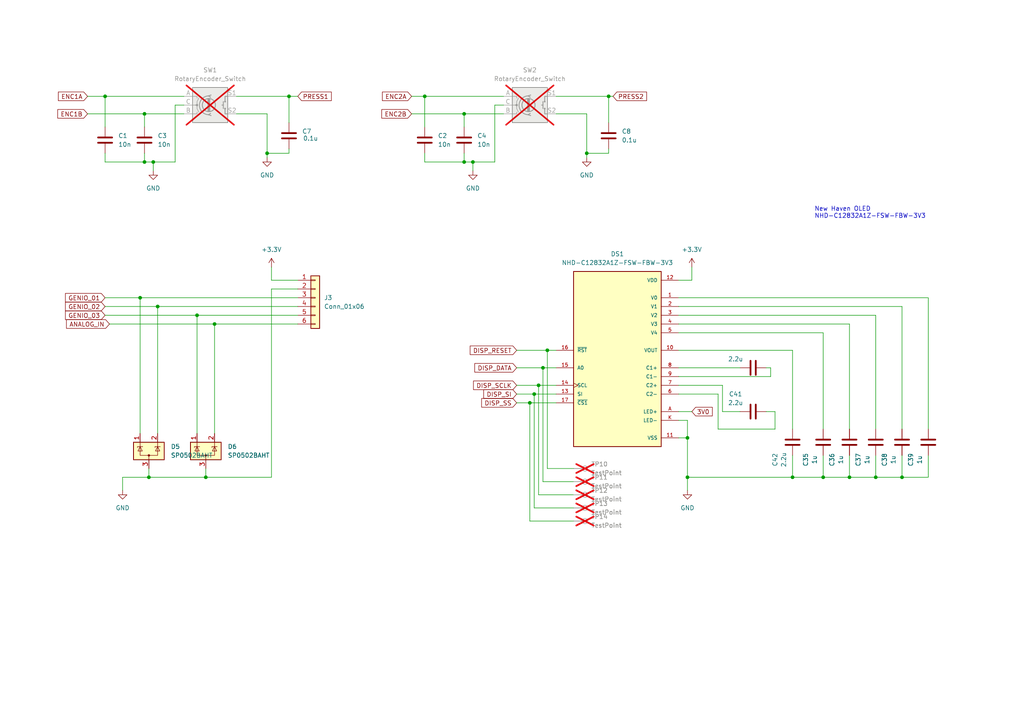
<source format=kicad_sch>
(kicad_sch (version 20231120) (generator "eeschema") (generator_version "8.0")
  (paper "A4")
  (lib_symbols
    (symbol "Connector:TestPoint" (pin_numbers hide) (pin_names (offset 0.762) hide)
      (property "Reference" "TP" (at 0 6.858 0))
      (property "Value" "TestPoint" (at 0 5.08 0))
      (symbol "TestPoint_0_1"
        (circle (center 0 3.302) (radius 0.762))
      )
      (symbol "TestPoint_1_1"
        (pin passive line (at 0 0 90) (length 2.54) (name "1") (number "1"))
      )
    )
    (symbol "Connector_Generic:Conn_01x06" (pin_names (offset 1.016) hide)
      (property "Reference" "J" (at 0 7.62 0))
      (property "Value" "Conn_01x06" (at 0 -10.16 0))
      (symbol "Conn_01x06_1_1"
        (rectangle (start -1.27 -7.493) (end 0 -7.747) (stroke (width 0.1524)))
        (rectangle (start -1.27 -4.953) (end 0 -5.207) (stroke (width 0.1524)))
        (rectangle (start -1.27 -2.413) (end 0 -2.667) (stroke (width 0.1524)))
        (rectangle (start -1.27 0.127) (end 0 -0.127) (stroke (width 0.1524)))
        (rectangle (start -1.27 2.667) (end 0 2.413) (stroke (width 0.1524)))
        (rectangle (start -1.27 5.207) (end 0 4.953) (stroke (width 0.1524)))
        (rectangle (start -1.27 6.35) (end 1.27 -8.89) (stroke (width 0.254)) (fill (type background)))
        (pin passive line (at -5.08 5.08 0) (length 3.81) (name "Pin_1") (number "1"))
        (pin passive line (at -5.08 2.54 0) (length 3.81) (name "Pin_2") (number "2"))
        (pin passive line (at -5.08 0 0) (length 3.81) (name "Pin_3") (number "3"))
        (pin passive line (at -5.08 -2.54 0) (length 3.81) (name "Pin_4") (number "4"))
        (pin passive line (at -5.08 -5.08 0) (length 3.81) (name "Pin_5") (number "5"))
        (pin passive line (at -5.08 -7.62 0) (length 3.81) (name "Pin_6") (number "6"))
      )
    )
    (symbol "Device:C" (pin_numbers hide) (pin_names (offset 0.254))
      (property "Reference" "C" (at 0.635 2.54 0))
      (property "Value" "C" (at 0.635 -2.54 0))
      (symbol "C_0_1"
        (polyline (pts (xy -2.032 -0.762) (xy 2.032 -0.762)) (stroke (width 0.508)))
        (polyline (pts (xy -2.032 0.762) (xy 2.032 0.762)) (stroke (width 0.508)))
      )
      (symbol "C_1_1"
        (pin passive line (at 0 3.81 270) (length 2.794) (name "~") (number "1"))
        (pin passive line (at 0 -3.81 90) (length 2.794) (name "~") (number "2"))
      )
    )
    (symbol "Device:RotaryEncoder_Switch" (pin_names (offset 0.254) hide)
      (property "Reference" "SW" (at 0 6.604 0))
      (property "Value" "RotaryEncoder_Switch" (at 0 -6.604 0))
      (symbol "RotaryEncoder_Switch_0_1"
        (rectangle (start -5.08 5.08) (end 5.08 -5.08) (stroke (width 0.254)) (fill (type background)))
        (circle (center -3.81 0) (radius 0.254) (fill (type outline)))
        (circle (center -0.381 0) (radius 1.905) (stroke (width 0.254)))
        (arc (start -0.381 2.667) (mid -3.0988 -0.0635) (end -0.381 -2.794) (stroke (width 0.254)))
        (polyline (pts (xy -0.635 -1.778) (xy -0.635 1.778)) (stroke (width 0.254)))
        (polyline (pts (xy -0.381 -1.778) (xy -0.381 1.778)) (stroke (width 0.254)))
        (polyline (pts (xy -0.127 1.778) (xy -0.127 -1.778)) (stroke (width 0.254)))
        (polyline (pts (xy 3.81 0) (xy 3.429 0)) (stroke (width 0.254)))
        (polyline (pts (xy 3.81 1.016) (xy 3.81 -1.016)) (stroke (width 0.254)))
        (polyline (pts (xy -5.08 -2.54) (xy -3.81 -2.54) (xy -3.81 -2.032)))
        (polyline (pts (xy -5.08 2.54) (xy -3.81 2.54) (xy -3.81 2.032)))
        (polyline (pts (xy 0.254 -3.048) (xy -0.508 -2.794) (xy 0.127 -2.413)) (stroke (width 0.254)))
        (polyline (pts (xy 0.254 2.921) (xy -0.508 2.667) (xy 0.127 2.286)) (stroke (width 0.254)))
        (polyline (pts (xy 5.08 -2.54) (xy 4.318 -2.54) (xy 4.318 -1.016)) (stroke (width 0.254)))
        (polyline (pts (xy 5.08 2.54) (xy 4.318 2.54) (xy 4.318 1.016)) (stroke (width 0.254)))
        (polyline (pts (xy -5.08 0) (xy -3.81 0) (xy -3.81 -1.016) (xy -3.302 -2.032)))
        (polyline (pts (xy -4.318 0) (xy -3.81 0) (xy -3.81 1.016) (xy -3.302 2.032)))
        (circle (center 4.318 -1.016) (radius 0.127) (stroke (width 0.254)))
        (circle (center 4.318 1.016) (radius 0.127) (stroke (width 0.254)))
      )
      (symbol "RotaryEncoder_Switch_1_1"
        (pin passive line (at -7.62 2.54 0) (length 2.54) (name "A") (number "A"))
        (pin passive line (at -7.62 -2.54 0) (length 2.54) (name "B") (number "B"))
        (pin passive line (at -7.62 0 0) (length 2.54) (name "C") (number "C"))
        (pin passive line (at 7.62 2.54 180) (length 2.54) (name "S1") (number "S1"))
        (pin passive line (at 7.62 -2.54 180) (length 2.54) (name "S2") (number "S2"))
      )
    )
    (symbol "General:NHD-C12832A1Z-FSW-FBW-3V3" (pin_names (offset 1.016))
      (property "Reference" "DS" (at -12.7 26.162 0))
      (property "Value" "NHD-C12832A1Z-FSW-FBW-3V3" (at -12.7 -27.94 0))
      (symbol "NHD-C12832A1Z-FSW-FBW-3V3_0_0"
        (rectangle (start -12.7 -25.4) (end 12.7 25.4) (stroke (width 0.254)) (fill (type background)))
        (pin power_in line (at 17.78 17.78 180) (length 5.08) (name "V0") (number "1"))
        (pin output line (at 17.78 2.54 180) (length 5.08) (name "VOUT") (number "10"))
        (pin power_in line (at 17.78 -22.86 180) (length 5.08) (name "VSS") (number "11"))
        (pin power_in line (at 17.78 22.86 180) (length 5.08) (name "VDD") (number "12"))
        (pin bidirectional line (at -17.78 -10.16 0) (length 5.08) (name "SI") (number "13"))
        (pin input clock (at -17.78 -7.62 0) (length 5.08) (name "SCL") (number "14"))
        (pin input line (at -17.78 -2.54 0) (length 5.08) (name "A0") (number "15"))
        (pin input line (at -17.78 2.54 0) (length 5.08) (name "~{RST}") (number "16"))
        (pin input line (at -17.78 -12.7 0) (length 5.08) (name "~{CS1}") (number "17"))
        (pin power_in line (at 17.78 15.24 180) (length 5.08) (name "V1") (number "2"))
        (pin power_in line (at 17.78 12.7 180) (length 5.08) (name "V2") (number "3"))
        (pin power_in line (at 17.78 10.16 180) (length 5.08) (name "V3") (number "4"))
        (pin power_in line (at 17.78 7.62 180) (length 5.08) (name "V4") (number "5"))
        (pin passive line (at 17.78 -10.16 180) (length 5.08) (name "C2-") (number "6"))
        (pin passive line (at 17.78 -7.62 180) (length 5.08) (name "C2+") (number "7"))
        (pin passive line (at 17.78 -2.54 180) (length 5.08) (name "C1+") (number "8"))
        (pin passive line (at 17.78 -5.08 180) (length 5.08) (name "C1-") (number "9"))
        (pin passive line (at 17.78 -15.24 180) (length 5.08) (name "LED+") (number "A"))
        (pin passive line (at 17.78 -17.78 180) (length 5.08) (name "LED-") (number "K"))
      )
    )
    (symbol "Power_Protection:SP0502BAHT" (pin_names hide)
      (property "Reference" "D" (at 5.715 2.54 0))
      (property "Value" "SP0502BAHT" (at 5.715 0.635 0))
      (symbol "SP0502BAHT_0_0"
        (pin passive line (at 0 -5.08 90) (length 2.54) (name "A") (number "3"))
      )
      (symbol "SP0502BAHT_0_1"
        (rectangle (start -4.445 2.54) (end 4.445 -2.54) (stroke (width 0.254)) (fill (type background)))
        (circle (center 0 -1.27) (radius 0.254) (fill (type outline)))
        (polyline (pts (xy -2.54 2.54) (xy -2.54 1.27)))
        (polyline (pts (xy 0 -1.27) (xy 0 -2.54)))
        (polyline (pts (xy 2.54 2.54) (xy 2.54 1.27)))
        (polyline (pts (xy -3.302 1.016) (xy -3.302 1.27) (xy -1.905 1.27) (xy -1.778 1.27)))
        (polyline (pts (xy -2.54 1.27) (xy -2.54 -1.27) (xy 2.54 -1.27) (xy 2.54 1.27)))
        (polyline (pts (xy -2.54 1.27) (xy -1.905 0) (xy -3.175 0) (xy -2.54 1.27)))
        (polyline (pts (xy 1.778 1.016) (xy 1.778 1.27) (xy 3.175 1.27) (xy 3.302 1.27)))
        (polyline (pts (xy 2.54 1.27) (xy 1.905 0) (xy 3.175 0) (xy 2.54 1.27)))
      )
      (symbol "SP0502BAHT_1_1"
        (pin passive line (at -2.54 5.08 270) (length 2.54) (name "K") (number "1"))
        (pin passive line (at 2.54 5.08 270) (length 2.54) (name "K") (number "2"))
      )
    )
    (symbol "power:+3.3V" (power) (pin_names (offset 0))
      (property "Value" "+3.3V" (at 0 3.556 0))
      (symbol "+3.3V_0_1"
        (polyline (pts (xy -0.762 1.27) (xy 0 2.54)))
        (polyline (pts (xy 0 0) (xy 0 2.54)))
        (polyline (pts (xy 0 2.54) (xy 0.762 1.27)))
      )
      (symbol "+3.3V_1_1"
        (pin power_in line (at 0 0 90) (length 0) hide (name "+3.3V") (number "1"))
      )
    )
    (symbol "power:GND" (power) (pin_names (offset 0))
      (property "Value" "GND" (at 0 -3.81 0))
      (symbol "GND_0_1"
        (polyline (pts (xy 0 0) (xy 0 -1.27) (xy 1.27 -1.27) (xy 0 -2.54) (xy -1.27 -1.27) (xy 0 -1.27)))
      )
      (symbol "GND_1_1"
        (pin power_in line (at 0 0 270) (length 0) hide (name "GND") (number "1"))
      )
    )
  )
  (junction (at 77.47 44.45))
  (junction (at 41.91 46.99))
  (junction (at 156.21 111.76))
  (junction (at 123.19 27.94))
  (junction (at 176.53 27.94))
  (junction (at 134.62 33.02))
  (junction (at 199.39 138.43))
  (junction (at 30.48 27.94))
  (junction (at 246.38 138.43))
  (junction (at 83.82 27.94))
  (junction (at 57.15 91.44))
  (junction (at 137.16 46.99))
  (junction (at 44.45 46.99))
  (junction (at 154.94 114.3))
  (junction (at 238.76 138.43))
  (junction (at 229.87 138.43))
  (junction (at 41.91 33.02))
  (junction (at 254 138.43))
  (junction (at 153.67 116.84))
  (junction (at 40.64 86.36))
  (junction (at 158.75 101.6))
  (junction (at 199.39 127))
  (junction (at 134.62 46.99))
  (junction (at 157.48 106.68))
  (junction (at 170.18 44.45))
  (junction (at 43.18 138.43))
  (junction (at 45.72 88.9))
  (junction (at 261.62 138.43))
  (junction (at 62.23 93.98))
  (junction (at 59.69 138.43))
  (wire (pts (xy 269.24 138.43) (xy 261.62 138.43)))
  (wire (pts (xy 68.58 27.94) (xy 83.82 27.94)))
  (wire (pts (xy 246.38 132.08) (xy 246.38 138.43)))
  (wire (pts (xy 261.62 88.9) (xy 261.62 124.46)))
  (wire (pts (xy 83.82 27.94) (xy 83.82 35.56)))
  (wire (pts (xy 199.39 127) (xy 199.39 138.43)))
  (wire (pts (xy 161.29 33.02) (xy 170.18 33.02)))
  (wire (pts (xy 149.86 111.76) (xy 156.21 111.76)))
  (wire (pts (xy 50.8 30.48) (xy 50.8 46.99)))
  (wire (pts (xy 156.21 111.76) (xy 161.29 111.76)))
  (wire (pts (xy 196.85 121.92) (xy 199.39 121.92)))
  (wire (pts (xy 86.36 83.82) (xy 78.74 83.82)))
  (wire (pts (xy 146.05 30.48) (xy 143.51 30.48)))
  (wire (pts (xy 143.51 30.48) (xy 143.51 46.99)))
  (wire (pts (xy 45.72 88.9) (xy 86.36 88.9)))
  (wire (pts (xy 238.76 96.52) (xy 238.76 124.46)))
  (wire (pts (xy 68.58 33.02) (xy 77.47 33.02)))
  (wire (pts (xy 196.85 86.36) (xy 269.24 86.36)))
  (wire (pts (xy 30.48 27.94) (xy 53.34 27.94)))
  (wire (pts (xy 123.19 27.94) (xy 123.19 36.83)))
  (wire (pts (xy 223.52 106.68) (xy 222.25 106.68)))
  (wire (pts (xy 261.62 138.43) (xy 254 138.43)))
  (wire (pts (xy 59.69 135.89) (xy 59.69 138.43)))
  (wire (pts (xy 41.91 44.45) (xy 41.91 46.99)))
  (wire (pts (xy 77.47 44.45) (xy 77.47 45.72)))
  (wire (pts (xy 83.82 43.18) (xy 83.82 44.45)))
  (wire (pts (xy 143.51 46.99) (xy 137.16 46.99)))
  (wire (pts (xy 196.85 88.9) (xy 261.62 88.9)))
  (wire (pts (xy 41.91 46.99) (xy 44.45 46.99)))
  (wire (pts (xy 30.48 86.36) (xy 40.64 86.36)))
  (wire (pts (xy 254 138.43) (xy 246.38 138.43)))
  (wire (pts (xy 25.4 27.94) (xy 30.48 27.94)))
  (wire (pts (xy 137.16 46.99) (xy 137.16 49.53)))
  (wire (pts (xy 83.82 44.45) (xy 77.47 44.45)))
  (wire (pts (xy 170.18 33.02) (xy 170.18 44.45)))
  (wire (pts (xy 176.53 43.18) (xy 176.53 44.45)))
  (wire (pts (xy 43.18 138.43) (xy 59.69 138.43)))
  (wire (pts (xy 134.62 46.99) (xy 137.16 46.99)))
  (wire (pts (xy 157.48 139.7) (xy 157.48 106.68)))
  (wire (pts (xy 25.4 33.02) (xy 41.91 33.02)))
  (wire (pts (xy 196.85 119.38) (xy 200.66 119.38)))
  (wire (pts (xy 196.85 111.76) (xy 209.55 111.76)))
  (wire (pts (xy 196.85 101.6) (xy 229.87 101.6)))
  (wire (pts (xy 149.86 106.68) (xy 157.48 106.68)))
  (wire (pts (xy 41.91 33.02) (xy 53.34 33.02)))
  (wire (pts (xy 246.38 138.43) (xy 238.76 138.43)))
  (wire (pts (xy 62.23 93.98) (xy 86.36 93.98)))
  (wire (pts (xy 166.37 135.89) (xy 158.75 135.89)))
  (wire (pts (xy 78.74 83.82) (xy 78.74 138.43)))
  (wire (pts (xy 50.8 46.99) (xy 44.45 46.99)))
  (wire (pts (xy 224.79 119.38) (xy 224.79 124.46)))
  (wire (pts (xy 200.66 77.47) (xy 200.66 81.28)))
  (wire (pts (xy 149.86 101.6) (xy 158.75 101.6)))
  (wire (pts (xy 57.15 91.44) (xy 86.36 91.44)))
  (wire (pts (xy 43.18 135.89) (xy 43.18 138.43)))
  (wire (pts (xy 40.64 86.36) (xy 40.64 125.73)))
  (wire (pts (xy 31.75 93.98) (xy 62.23 93.98)))
  (wire (pts (xy 254 132.08) (xy 254 138.43)))
  (wire (pts (xy 123.19 44.45) (xy 123.19 46.99)))
  (wire (pts (xy 35.56 138.43) (xy 35.56 142.24)))
  (wire (pts (xy 223.52 109.22) (xy 223.52 106.68)))
  (wire (pts (xy 196.85 96.52) (xy 238.76 96.52)))
  (wire (pts (xy 53.34 30.48) (xy 50.8 30.48)))
  (wire (pts (xy 229.87 138.43) (xy 199.39 138.43)))
  (wire (pts (xy 161.29 27.94) (xy 176.53 27.94)))
  (wire (pts (xy 166.37 151.13) (xy 153.67 151.13)))
  (wire (pts (xy 30.48 44.45) (xy 30.48 46.99)))
  (wire (pts (xy 154.94 114.3) (xy 161.29 114.3)))
  (wire (pts (xy 149.86 114.3) (xy 154.94 114.3)))
  (wire (pts (xy 83.82 27.94) (xy 86.36 27.94)))
  (wire (pts (xy 45.72 125.73) (xy 45.72 88.9)))
  (wire (pts (xy 30.48 91.44) (xy 57.15 91.44)))
  (wire (pts (xy 134.62 44.45) (xy 134.62 46.99)))
  (wire (pts (xy 224.79 119.38) (xy 222.25 119.38)))
  (wire (pts (xy 238.76 138.43) (xy 229.87 138.43)))
  (wire (pts (xy 119.38 33.02) (xy 134.62 33.02)))
  (wire (pts (xy 209.55 119.38) (xy 214.63 119.38)))
  (wire (pts (xy 208.28 114.3) (xy 208.28 124.46)))
  (wire (pts (xy 157.48 106.68) (xy 161.29 106.68)))
  (wire (pts (xy 166.37 139.7) (xy 157.48 139.7)))
  (wire (pts (xy 196.85 93.98) (xy 246.38 93.98)))
  (wire (pts (xy 196.85 81.28) (xy 200.66 81.28)))
  (wire (pts (xy 176.53 44.45) (xy 170.18 44.45)))
  (wire (pts (xy 44.45 46.99) (xy 44.45 49.53)))
  (wire (pts (xy 123.19 27.94) (xy 146.05 27.94)))
  (wire (pts (xy 238.76 132.08) (xy 238.76 138.43)))
  (wire (pts (xy 196.85 91.44) (xy 254 91.44)))
  (wire (pts (xy 30.48 36.83) (xy 30.48 27.94)))
  (wire (pts (xy 149.86 116.84) (xy 153.67 116.84)))
  (wire (pts (xy 176.53 27.94) (xy 177.8 27.94)))
  (wire (pts (xy 269.24 86.36) (xy 269.24 124.46)))
  (wire (pts (xy 261.62 132.08) (xy 261.62 138.43)))
  (wire (pts (xy 166.37 143.51) (xy 156.21 143.51)))
  (wire (pts (xy 229.87 101.6) (xy 229.87 124.46)))
  (wire (pts (xy 158.75 135.89) (xy 158.75 101.6)))
  (wire (pts (xy 156.21 143.51) (xy 156.21 111.76)))
  (wire (pts (xy 35.56 138.43) (xy 43.18 138.43)))
  (wire (pts (xy 78.74 138.43) (xy 59.69 138.43)))
  (wire (pts (xy 158.75 101.6) (xy 161.29 101.6)))
  (wire (pts (xy 199.39 138.43) (xy 199.39 142.24)))
  (wire (pts (xy 269.24 132.08) (xy 269.24 138.43)))
  (wire (pts (xy 246.38 93.98) (xy 246.38 124.46)))
  (wire (pts (xy 153.67 151.13) (xy 153.67 116.84)))
  (wire (pts (xy 166.37 147.32) (xy 154.94 147.32)))
  (wire (pts (xy 57.15 125.73) (xy 57.15 91.44)))
  (wire (pts (xy 45.72 88.9) (xy 30.48 88.9)))
  (wire (pts (xy 208.28 124.46) (xy 224.79 124.46)))
  (wire (pts (xy 41.91 33.02) (xy 41.91 36.83)))
  (wire (pts (xy 170.18 44.45) (xy 170.18 45.72)))
  (wire (pts (xy 77.47 33.02) (xy 77.47 44.45)))
  (wire (pts (xy 30.48 46.99) (xy 41.91 46.99)))
  (wire (pts (xy 153.67 116.84) (xy 161.29 116.84)))
  (wire (pts (xy 229.87 132.08) (xy 229.87 138.43)))
  (wire (pts (xy 119.38 27.94) (xy 123.19 27.94)))
  (wire (pts (xy 134.62 33.02) (xy 134.62 36.83)))
  (wire (pts (xy 196.85 109.22) (xy 223.52 109.22)))
  (wire (pts (xy 78.74 81.28) (xy 78.74 77.47)))
  (wire (pts (xy 154.94 147.32) (xy 154.94 114.3)))
  (wire (pts (xy 134.62 33.02) (xy 146.05 33.02)))
  (wire (pts (xy 40.64 86.36) (xy 86.36 86.36)))
  (wire (pts (xy 199.39 121.92) (xy 199.39 127)))
  (wire (pts (xy 196.85 127) (xy 199.39 127)))
  (wire (pts (xy 62.23 93.98) (xy 62.23 125.73)))
  (wire (pts (xy 196.85 106.68) (xy 214.63 106.68)))
  (wire (pts (xy 86.36 81.28) (xy 78.74 81.28)))
  (wire (pts (xy 209.55 111.76) (xy 209.55 119.38)))
  (wire (pts (xy 254 91.44) (xy 254 124.46)))
  (wire (pts (xy 196.85 114.3) (xy 208.28 114.3)))
  (wire (pts (xy 123.19 46.99) (xy 134.62 46.99)))
  (wire (pts (xy 176.53 27.94) (xy 176.53 35.56)))
  (text "New Haven OLED\nNHD-C12832A1Z-FSW-FBW-3V3\n" (at 236.22 63.5 0) (effects (font (size 1.27 1.27)) (justify left bottom)))
  (global_label "3V0" (shape input) (at 200.66 119.38 0) (property "Intersheetrefs" "${INTERSHEET_REFS}" (effects (hide yes))))
  (global_label "ENC1B" (shape input) (at 25.4 33.02 180) (property "Intersheetrefs" "${INTERSHEET_REFS}" (effects (hide yes))))
  (global_label "GENIO_02" (shape input) (at 30.48 88.9 180) (property "Intersheetrefs" "${INTERSHEET_REFS}" (effects (hide yes))))
  (global_label "DISP_SS" (shape input) (at 149.86 116.84 180) (property "Intersheetrefs" "${INTERSHEET_REFS}" (effects (hide yes))))
  (global_label "DISP_RESET" (shape input) (at 149.86 101.6 180) (property "Intersheetrefs" "${INTERSHEET_REFS}" (effects (hide yes))))
  (global_label "GENIO_03" (shape input) (at 30.48 91.44 180) (property "Intersheetrefs" "${INTERSHEET_REFS}" (effects (hide yes))))
  (global_label "ENC2B" (shape input) (at 119.38 33.02 180) (property "Intersheetrefs" "${INTERSHEET_REFS}" (effects (hide yes))))
  (global_label "ANALOG_IN" (shape input) (at 31.75 93.98 180) (property "Intersheetrefs" "${INTERSHEET_REFS}" (effects (hide yes))))
  (global_label "DISP_SCLK" (shape input) (at 149.86 111.76 180) (property "Intersheetrefs" "${INTERSHEET_REFS}" (effects (hide yes))))
  (global_label "GENIO_01" (shape input) (at 30.48 86.36 180) (property "Intersheetrefs" "${INTERSHEET_REFS}" (effects (hide yes))))
  (global_label "ENC1A" (shape input) (at 25.4 27.94 180) (property "Intersheetrefs" "${INTERSHEET_REFS}" (effects (hide yes))))
  (global_label "PRESS1" (shape input) (at 86.36 27.94 0) (property "Intersheetrefs" "${INTERSHEET_REFS}" (effects (hide yes))))
  (global_label "ENC2A" (shape input) (at 119.38 27.94 180) (property "Intersheetrefs" "${INTERSHEET_REFS}" (effects (hide yes))))
  (global_label "DISP_SI" (shape input) (at 149.86 114.3 180) (property "Intersheetrefs" "${INTERSHEET_REFS}" (effects (hide yes))))
  (global_label "PRESS2" (shape input) (at 177.8 27.94 0) (property "Intersheetrefs" "${INTERSHEET_REFS}" (effects (hide yes))))
  (global_label "DISP_DATA" (shape input) (at 149.86 106.68 180) (property "Intersheetrefs" "${INTERSHEET_REFS}" (effects (hide yes))))
  (symbol (lib_id "Device:C") (at 41.91 40.64 0) (unit 1)
    (property "Reference" "C3" (at 45.72 39.3699 0) (effects (justify left)))
    (property "Value" "10n" (at 45.72 41.9099 0) (effects (justify left)))
    (property "Footprint" "Capacitor_SMD:C_0402_1005Metric" (effects (hide yes)))
    (property "JLCPCB" "C57112" (effects (hide yes)))
    (instances (project "FlightSimKnobs" (path "" (reference "C3") (unit 1))) (project "FRCMotorTester" (path "" (reference "C30") (unit 1))))
  )
  (symbol (lib_id "Device:C") (at 218.44 106.68 90) (unit 1)
    (property "Reference" "C40" (effects (hide yes)))
    (property "Value" "2.2u" (at 213.36 104.14 90))
    (property "Footprint" "Capacitor_SMD:C_0603_1608Metric" (effects (hide yes)))
    (property "JLCPCB" "C23630" (effects (hide yes)))
  )
  (symbol (lib_id "Connector_Generic:Conn_01x06") (at 91.44 86.36 0) (unit 1)
    (property "Reference" "J3" (at 93.98 86.3599 0) (effects (justify left)))
    (property "Value" "Conn_01x06" (at 93.98 88.8999 0) (effects (justify left)))
    (property "Footprint" "Connector_JST:JST_PH_S6B-PH-K_1x06_P2.00mm_Horizontal" (effects (hide yes)))
    (property "Description" "Generic connector, single row, 01x06, script generated (kicad-library-utils/schlib/autogen/connector/)" (effects (hide yes)))
    (property "JLCPCB" "C471518" (effects (hide yes)))
  )
  (symbol (lib_id "Connector:TestPoint") (at 166.37 143.51 270) (unit 1) (dnp yes)
    (property "Reference" "TP12" (at 171.45 142.24 90) (effects (justify left)))
    (property "Value" "TestPoint" (at 171.45 144.78 90) (effects (justify left)))
    (property "Footprint" "TestPoint:TestPoint_Pad_D1.0mm" (effects (hide yes)))
  )
  (symbol (lib_id "Device:C") (at 254 128.27 180) (unit 1)
    (property "Reference" "C37" (at 248.92 133.35 90))
    (property "Value" "1u" (at 251.46 133.35 90))
    (property "Footprint" "Capacitor_SMD:C_0402_1005Metric" (effects (hide yes)))
  )
  (symbol (lib_id "power:GND") (at 77.47 45.72 0) (unit 1)
    (property "Reference" "#PWR05" (effects (hide yes)))
    (property "Value" "GND" (at 77.47 50.8 0))
    (instances (project "FlightSimKnobs" (path "" (reference "#PWR05") (unit 1))) (project "FRCMotorTester" (path "" (reference "#PWR040") (unit 1))))
  )
  (symbol (lib_id "Power_Protection:SP0502BAHT") (at 59.69 130.81 0) (unit 1)
    (property "Reference" "D6" (at 66.04 129.54 0) (effects (justify left)))
    (property "Value" "SP0502BAHT" (at 66.04 132.08 0) (effects (justify left)))
    (property "Footprint" "Package_TO_SOT_SMD:SOT-23" (effects (hide yes)))
    (property "Datasheet" "http://www.littelfuse.com/~/media/files/littelfuse/technical%20resources/documents/data%20sheets/sp05xxba.pdf" (effects (hide yes)))
    (property "JLCPCB" "C32677" (effects (hide yes)))
  )
  (symbol (lib_id "power:+3.3V") (at 200.66 77.47 0) (unit 1)
    (property "Reference" "#PWR044" (effects (hide yes)))
    (property "Value" "+3.3V" (at 200.66 72.39 0))
  )
  (symbol (lib_id "power:GND") (at 199.39 142.24 0) (unit 1)
    (property "Reference" "#PWR045" (effects (hide yes)))
    (property "Value" "GND" (at 199.39 147.32 0))
  )
  (symbol (lib_id "Connector:TestPoint") (at 166.37 139.7 270) (unit 1) (dnp yes)
    (property "Reference" "TP11" (at 171.45 138.43 90) (effects (justify left)))
    (property "Value" "TestPoint" (at 171.45 140.97 90) (effects (justify left)))
    (property "Footprint" "TestPoint:TestPoint_Pad_D1.0mm" (effects (hide yes)))
  )
  (symbol (lib_id "Device:C") (at 176.53 39.37 0) (unit 1)
    (property "Reference" "C8" (at 180.34 38.1 0) (effects (justify left)))
    (property "Value" "0.1u" (at 180.34 40.64 0) (effects (justify left)))
    (property "Footprint" "Capacitor_SMD:C_0402_1005Metric" (effects (hide yes)))
    (property "JLCPCB" "C1525" (effects (hide yes)))
    (instances (project "FlightSimKnobs" (path "" (reference "C8") (unit 1))) (project "FRCMotorTester" (path "" (reference "C34") (unit 1))))
  )
  (symbol (lib_id "Device:C") (at 30.48 40.64 0) (unit 1)
    (property "Reference" "C1" (at 34.29 39.37 0) (effects (justify left)))
    (property "Value" "10n" (at 34.29 41.91 0) (effects (justify left)))
    (property "Footprint" "Capacitor_SMD:C_0402_1005Metric" (effects (hide yes)))
    (property "JLCPCB" "C57112" (effects (hide yes)))
    (instances (project "FlightSimKnobs" (path "" (reference "C1") (unit 1))) (project "FRCMotorTester" (path "" (reference "C29") (unit 1))))
  )
  (symbol (lib_id "Power_Protection:SP0502BAHT") (at 43.18 130.81 0) (unit 1)
    (property "Reference" "D5" (at 49.53 129.54 0) (effects (justify left)))
    (property "Value" "SP0502BAHT" (at 49.53 132.08 0) (effects (justify left)))
    (property "Footprint" "Package_TO_SOT_SMD:SOT-23" (effects (hide yes)))
    (property "Datasheet" "http://www.littelfuse.com/~/media/files/littelfuse/technical%20resources/documents/data%20sheets/sp05xxba.pdf" (effects (hide yes)))
    (property "JLCPCB" "C32677" (effects (hide yes)))
  )
  (symbol (lib_id "Device:C") (at 134.62 40.64 0) (unit 1)
    (property "Reference" "C4" (at 138.43 39.3699 0) (effects (justify left)))
    (property "Value" "10n" (at 138.43 41.9099 0) (effects (justify left)))
    (property "Footprint" "Capacitor_SMD:C_0402_1005Metric" (effects (hide yes)))
    (property "JLCPCB" "C57112" (effects (hide yes)))
    (instances (project "FlightSimKnobs" (path "" (reference "C4") (unit 1))) (project "FRCMotorTester" (path "" (reference "C33") (unit 1))))
  )
  (symbol (lib_id "power:GND") (at 170.18 45.72 0) (unit 1)
    (property "Reference" "#PWR06" (effects (hide yes)))
    (property "Value" "GND" (at 170.18 50.8 0))
    (instances (project "FlightSimKnobs" (path "" (reference "#PWR06") (unit 1))) (project "FRCMotorTester" (path "" (reference "#PWR042") (unit 1))))
  )
  (symbol (lib_id "Device:C") (at 238.76 128.27 180) (unit 1)
    (property "Reference" "C35" (at 233.68 133.35 90))
    (property "Value" "1u" (at 236.22 133.35 90))
    (property "Footprint" "Capacitor_SMD:C_0402_1005Metric" (effects (hide yes)))
  )
  (symbol (lib_id "Device:C") (at 218.44 119.38 90) (unit 1)
    (property "Reference" "C41" (at 213.36 114.3 90))
    (property "Value" "2.2u" (at 213.36 116.84 90))
    (property "Footprint" "Capacitor_SMD:C_0603_1608Metric" (effects (hide yes)))
    (property "JLCPCB" "C23630" (effects (hide yes)))
  )
  (symbol (lib_id "Connector:TestPoint") (at 166.37 151.13 270) (unit 1) (dnp yes)
    (property "Reference" "TP14" (at 171.45 149.86 90) (effects (justify left)))
    (property "Value" "TestPoint" (at 171.45 152.4 90) (effects (justify left)))
    (property "Footprint" "TestPoint:TestPoint_Pad_D1.0mm" (effects (hide yes)))
  )
  (symbol (lib_id "Device:RotaryEncoder_Switch") (at 60.96 30.48 0) (unit 1) (dnp yes)
    (property "Reference" "SW1" (at 60.96 20.32 0))
    (property "Value" "RotaryEncoder_Switch" (at 60.96 22.86 0))
    (property "Footprint" "Rotary_Encoder:RotaryEncoder_Alps_EC11E-Switch_Vertical_H20mm" (effects (hide yes)))
    (property "Digikey" "PEC11R-4220K-S0024-ND" (effects (hide yes)))
    (instances (project "FlightSimKnobs" (path "" (reference "SW1") (unit 1))) (project "FRCMotorTester" (path "" (reference "SW2") (unit 1))))
  )
  (symbol (lib_id "power:GND") (at 44.45 49.53 0) (unit 1)
    (property "Reference" "#PWR03" (effects (hide yes)))
    (property "Value" "GND" (at 44.45 54.61 0))
    (instances (project "FlightSimKnobs" (path "" (reference "#PWR03") (unit 1))) (project "FRCMotorTester" (path "" (reference "#PWR039") (unit 1))))
  )
  (symbol (lib_id "Device:C") (at 83.82 39.37 0) (unit 1)
    (property "Reference" "C7" (at 87.63 38.1 0) (effects (justify left)))
    (property "Value" "0.1u" (at 87.884 40.132 0) (effects (justify left)))
    (property "Footprint" "Capacitor_SMD:C_0402_1005Metric" (effects (hide yes)))
    (property "JLCPCB" "C1525" (effects (hide yes)))
    (instances (project "FlightSimKnobs" (path "" (reference "C7") (unit 1))) (project "FRCMotorTester" (path "" (reference "C31") (unit 1))))
  )
  (symbol (lib_id "power:+3.3V") (at 78.74 77.47 0) (unit 1)
    (property "Reference" "#PWR047" (effects (hide yes)))
    (property "Value" "+3.3V" (at 78.74 72.39 0))
  )
  (symbol (lib_id "Device:C") (at 123.19 40.64 0) (unit 1)
    (property "Reference" "C2" (at 127 39.37 0) (effects (justify left)))
    (property "Value" "10n" (at 127 41.91 0) (effects (justify left)))
    (property "Footprint" "Capacitor_SMD:C_0402_1005Metric" (effects (hide yes)))
    (property "JLCPCB" "C57112" (effects (hide yes)))
    (instances (project "FlightSimKnobs" (path "" (reference "C2") (unit 1))) (project "FRCMotorTester" (path "" (reference "C32") (unit 1))))
  )
  (symbol (lib_id "Connector:TestPoint") (at 166.37 147.32 270) (unit 1) (dnp yes)
    (property "Reference" "TP13" (at 171.45 146.05 90) (effects (justify left)))
    (property "Value" "TestPoint" (at 171.45 148.59 90) (effects (justify left)))
    (property "Footprint" "TestPoint:TestPoint_Pad_D1.0mm" (effects (hide yes)))
  )
  (symbol (lib_id "power:GND") (at 35.56 142.24 0) (unit 1)
    (property "Reference" "#PWR050" (effects (hide yes)))
    (property "Value" "GND" (at 35.56 147.32 0))
  )
  (symbol (lib_id "power:GND") (at 137.16 49.53 0) (unit 1)
    (property "Reference" "#PWR04" (effects (hide yes)))
    (property "Value" "GND" (at 137.16 54.61 0))
    (instances (project "FlightSimKnobs" (path "" (reference "#PWR04") (unit 1))) (project "FRCMotorTester" (path "" (reference "#PWR041") (unit 1))))
  )
  (symbol (lib_id "Device:RotaryEncoder_Switch") (at 153.67 30.48 0) (unit 1) (dnp yes)
    (property "Reference" "SW2" (at 153.67 20.32 0))
    (property "Value" "RotaryEncoder_Switch" (at 153.67 22.86 0))
    (property "Footprint" "Rotary_Encoder:RotaryEncoder_Alps_EC11E-Switch_Vertical_H20mm" (effects (hide yes)))
    (property "Digikey" "PEC11R-4220K-S0024-ND" (effects (hide yes)))
    (instances (project "FlightSimKnobs" (path "" (reference "SW2") (unit 1))) (project "FRCMotorTester" (path "" (reference "SW3") (unit 1))))
  )
  (symbol (lib_id "Device:C") (at 261.62 128.27 180) (unit 1)
    (property "Reference" "C38" (at 256.54 133.35 90))
    (property "Value" "1u" (at 259.08 133.35 90))
    (property "Footprint" "Capacitor_SMD:C_0402_1005Metric" (effects (hide yes)))
  )
  (symbol (lib_id "Device:C") (at 246.38 128.27 180) (unit 1)
    (property "Reference" "C36" (at 241.3 133.35 90))
    (property "Value" "1u" (at 243.84 133.35 90))
    (property "Footprint" "Capacitor_SMD:C_0402_1005Metric" (effects (hide yes)))
  )
  (symbol (lib_id "Connector:TestPoint") (at 166.37 135.89 270) (unit 1) (dnp yes)
    (property "Reference" "TP10" (at 171.45 134.62 90) (effects (justify left)))
    (property "Value" "TestPoint" (at 171.45 137.16 90) (effects (justify left)))
    (property "Footprint" "TestPoint:TestPoint_Pad_D1.0mm" (effects (hide yes)))
  )
  (symbol (lib_id "Device:C") (at 229.87 128.27 180) (unit 1)
    (property "Reference" "C42" (at 224.79 133.35 90))
    (property "Value" "2.2u" (at 227.33 133.35 90))
    (property "Footprint" "Capacitor_SMD:C_0603_1608Metric" (effects (hide yes)))
    (property "JLCPCB" "C23630" (effects (hide yes)))
  )
  (symbol (lib_id "Device:C") (at 269.24 128.27 180) (unit 1)
    (property "Reference" "C39" (at 264.16 133.35 90))
    (property "Value" "1u" (at 266.7 133.35 90))
    (property "Footprint" "Capacitor_SMD:C_0402_1005Metric" (effects (hide yes)))
  )
  (symbol (lib_id "General:NHD-C12832A1Z-FSW-FBW-3V3") (at 179.07 104.14 0) (unit 1)
    (property "Reference" "DS1" (at 179.07 73.66 0))
    (property "Value" "NHD-C12832A1Z-FSW-FBW-3V3" (at 179.07 76.2 0))
    (property "Footprint" "footprints:LCD_NHD-C12832A1Z-FSW-FBW-3V3" (effects (hide yes)))
    (property "PARTREV" "7" (effects (hide yes)))
    (property "MANUFACTURER" "Newhaven" (effects (hide yes)))
    (property "MAXIMUM_PACKAGE_HEIGHT" "4.3 mm" (effects (hide yes)))
    (property "STANDARD" "Manufacturer Recommendations" (effects (hide yes)))
  )
)
</source>
